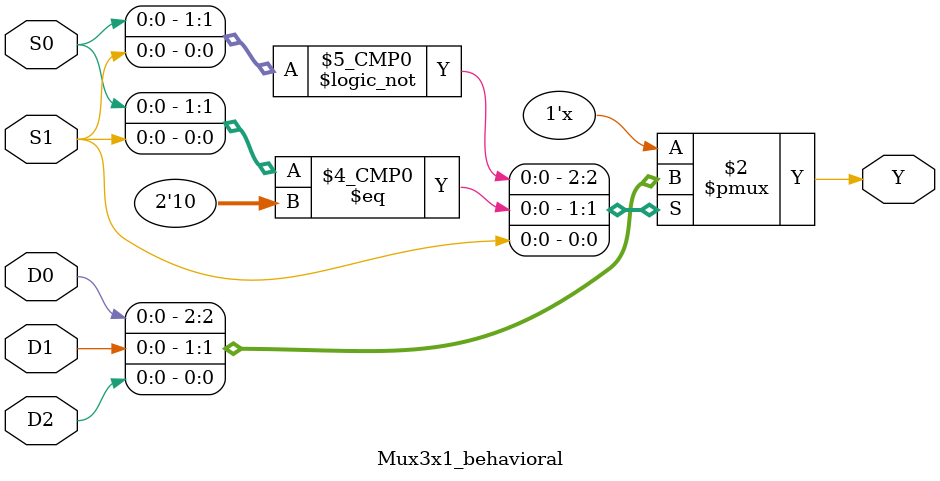
<source format=v>
module Mux3x1_behavioral (input D0,D1,D2,S0,S1, output reg Y);
always @(*) begin
casex ({S0,S1})
     2'b00:   Y=D0;
     2'b10:   Y=D1;
     2'bX1:   Y=D2;
     default: Y=1'b0;
endcase
end
endmodule
</source>
